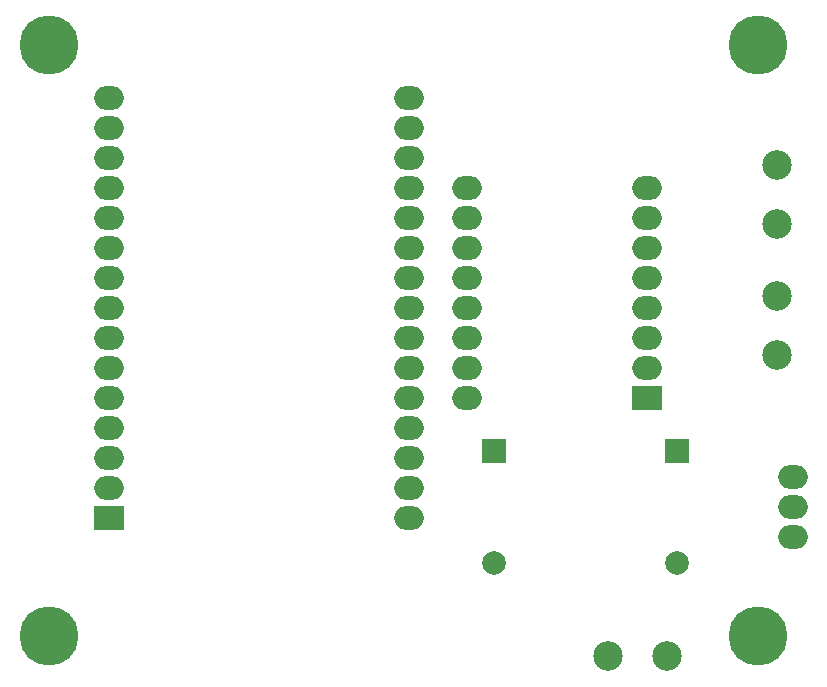
<source format=gtl>
%FSTAX24Y24*%
%MOMM*%
%SFA1B1*%

%IPPOS*%
%ADD10C,2.499995*%
%ADD11O,2.499995X1.999996*%
%ADD12R,2.499995X1.999996*%
%ADD13R,2.499995X1.999996*%
%ADD14O,2.499995X1.999996*%
%ADD15R,1.999996X1.999996*%
%ADD16C,1.999996*%
%ADD17C,4.999990*%
%LNpcb-1*%
%LPD*%
G54D10*
X666299Y287999D03*
Y337999D03*
Y398999D03*
Y448999D03*
X522799Y032999D03*
X572799D03*
G54D11*
X100299Y504899D03*
Y479499D03*
Y454099D03*
Y428699D03*
Y403299D03*
Y377899D03*
Y352499D03*
Y327099D03*
Y301699D03*
Y276299D03*
Y250899D03*
Y225499D03*
Y200099D03*
Y174699D03*
X354299Y149299D03*
Y174699D03*
Y200099D03*
Y225499D03*
Y250899D03*
Y276299D03*
Y301699D03*
Y327099D03*
Y352499D03*
Y377899D03*
Y403299D03*
Y428699D03*
Y454099D03*
Y479499D03*
Y504899D03*
X679399Y133399D03*
Y158799D03*
Y184199D03*
G54D12*
X100299Y149299D03*
G54D13*
X556299Y251499D03*
G54D14*
X403899Y429299D03*
Y403899D03*
Y378499D03*
Y353099D03*
Y327699D03*
Y302299D03*
Y276899D03*
Y251499D03*
X556299Y276899D03*
Y302299D03*
Y327699D03*
Y353099D03*
Y378499D03*
Y403899D03*
Y429299D03*
G54D15*
X426699Y206799D03*
X581699D03*
G54D16*
X426699Y111799D03*
X581699D03*
G54D17*
X049999Y549999D03*
X649999Y049999D03*
Y549999D03*
X049999Y049999D03*
M02*
</source>
